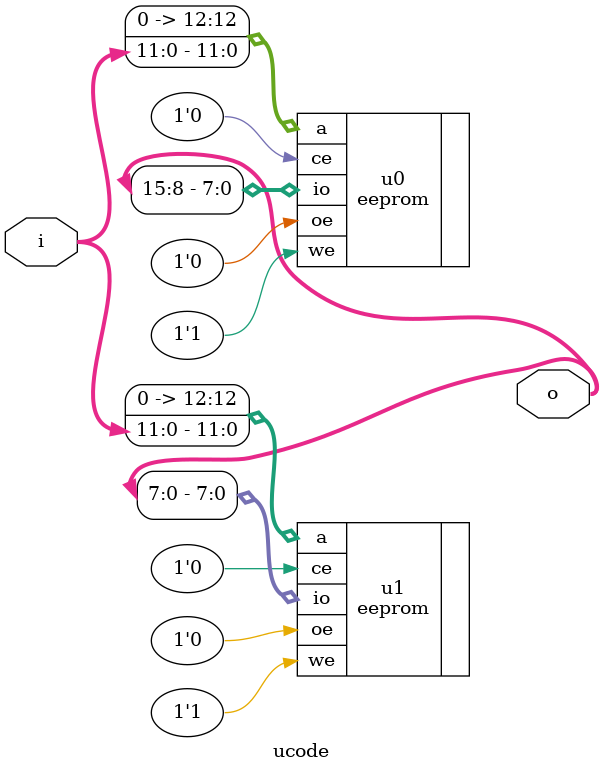
<source format=v>

module ucode(
    input [11:0] i,
    output [15:0] o
);
    eeprom #("ucode.01") u0(
        .a ({1'b0, i}),
        .we (1'b1),
        .oe (1'b0),
        .ce (1'b0),
        .io (o[15:8])
    );

    eeprom #("ucode.02") u1(
        .a ({1'b0, i}),
        .we (1'b1),
        .oe (1'b0),
        .ce (1'b0),
        .io (o[7:0])
    );
endmodule

</source>
